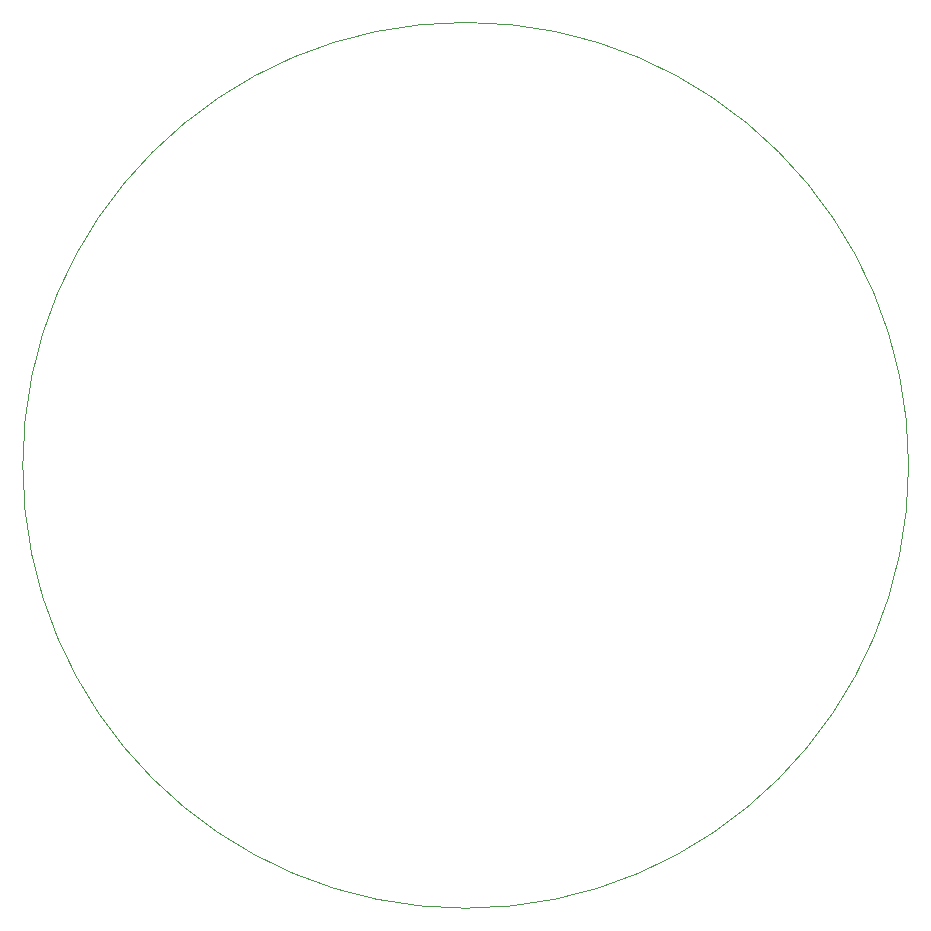
<source format=gbr>
%TF.GenerationSoftware,KiCad,Pcbnew,(6.0.4)*%
%TF.CreationDate,2022-05-12T17:17:44+09:00*%
%TF.ProjectId,0506,30353036-2e6b-4696-9361-645f70636258,rev?*%
%TF.SameCoordinates,Original*%
%TF.FileFunction,Profile,NP*%
%FSLAX46Y46*%
G04 Gerber Fmt 4.6, Leading zero omitted, Abs format (unit mm)*
G04 Created by KiCad (PCBNEW (6.0.4)) date 2022-05-12 17:17:44*
%MOMM*%
%LPD*%
G01*
G04 APERTURE LIST*
%TA.AperFunction,Profile*%
%ADD10C,0.100000*%
%TD*%
G04 APERTURE END LIST*
D10*
X187500000Y-83000000D02*
G75*
G03*
X187500000Y-83000000I-37500000J0D01*
G01*
M02*

</source>
